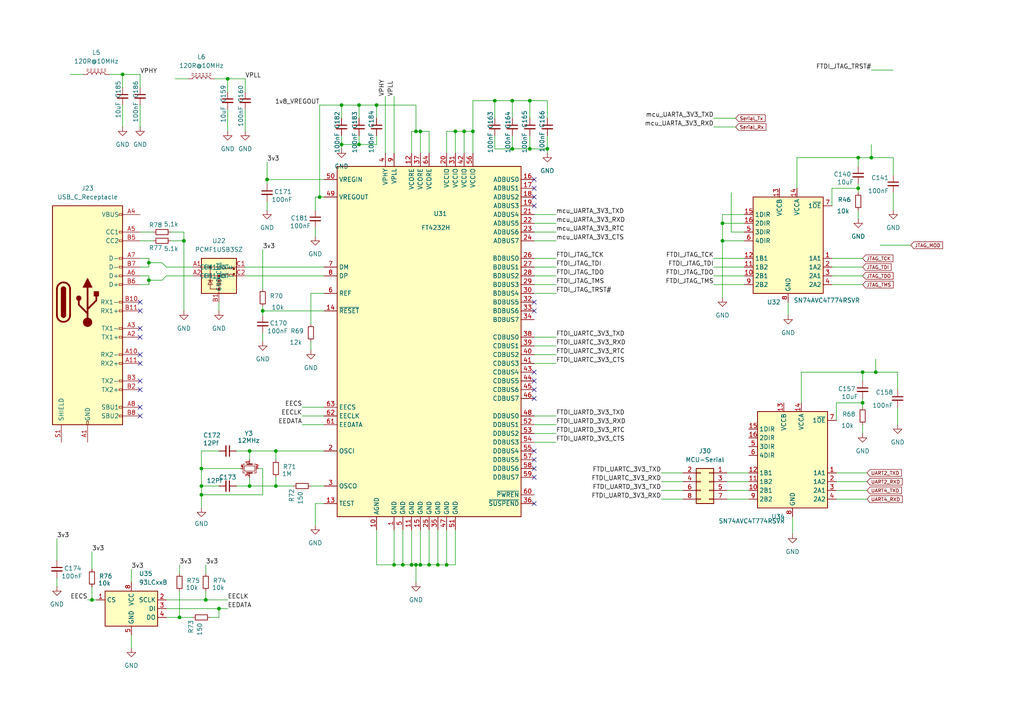
<source format=kicad_sch>
(kicad_sch (version 20250114) (generator "eeschema") (generator_version "9.0")
  (paper "A4")
  (junction (at 250.19 107.95))
  (junction (at 92.71 57.15))
  (junction (at 148.59 43.18))
  (junction (at 129.54 163.83))
  (junction (at 120.65 163.83))
  (junction (at 248.92 54.61))
  (junction (at 99.06 41.91))
  (junction (at 254 107.95))
  (junction (at 72.39 130.81))
  (junction (at 127 163.83))
  (junction (at 116.84 163.83))
  (junction (at 80.01 130.81))
  (junction (at 134.62 38.1))
  (junction (at 76.2 90.17))
  (junction (at 53.34 69.85))
  (junction (at 158.75 43.18))
  (junction (at 209.55 69.85))
  (junction (at 43.18 76.2))
  (junction (at 58.42 140.97))
  (junction (at 114.3 163.83))
  (junction (at 252.73 45.72))
  (junction (at 153.67 43.18))
  (junction (at 250.19 116.84))
  (junction (at 63.5 176.53))
  (junction (at 132.08 38.1))
  (junction (at 43.18 81.28))
  (junction (at 137.16 38.1))
  (junction (at 99.06 30.48))
  (junction (at 104.14 41.91))
  (junction (at 109.22 30.48))
  (junction (at 26.67 173.99))
  (junction (at 77.47 52.07))
  (junction (at 35.56 21.59))
  (junction (at 104.14 30.48))
  (junction (at 153.67 29.21))
  (junction (at 52.07 179.07))
  (junction (at 148.59 29.21))
  (junction (at 121.92 38.1))
  (junction (at 66.04 22.86))
  (junction (at 248.92 45.72))
  (junction (at 120.65 38.1))
  (junction (at 121.92 163.83))
  (junction (at 143.51 29.21))
  (junction (at 209.55 64.77))
  (junction (at 80.01 140.97))
  (junction (at 58.42 135.89))
  (junction (at 119.38 163.83))
  (junction (at 124.46 163.83))
  (junction (at 72.39 140.97))
  (junction (at 58.42 143.51))
  (junction (at 59.69 173.99))
  (no_connect (at 154.94 59.69))
  (no_connect (at 154.94 54.61))
  (no_connect (at 40.64 97.79))
  (no_connect (at 154.94 90.17))
  (no_connect (at 40.64 118.11))
  (no_connect (at 40.64 90.17))
  (no_connect (at 154.94 52.07))
  (no_connect (at 154.94 146.05))
  (no_connect (at 40.64 95.25))
  (no_connect (at 154.94 107.95))
  (no_connect (at 40.64 105.41))
  (no_connect (at 154.94 87.63))
  (no_connect (at 40.64 102.87))
  (no_connect (at 154.94 135.89))
  (no_connect (at 40.64 120.65))
  (no_connect (at 154.94 113.03))
  (no_connect (at 40.64 87.63))
  (no_connect (at 40.64 113.03))
  (no_connect (at 154.94 138.43))
  (no_connect (at 154.94 133.35))
  (no_connect (at 40.64 110.49))
  (no_connect (at 154.94 57.15))
  (no_connect (at 154.94 115.57))
  (no_connect (at 154.94 110.49))
  (no_connect (at 154.94 130.81))
  (wire (pts (xy 85.09 140.97) (xy 80.01 140.97)))
  (wire (pts (xy 137.16 29.21) (xy 137.16 38.1)))
  (wire (pts (xy 72.39 138.43) (xy 72.39 140.97)))
  (wire (pts (xy 242.57 142.24) (xy 251.46 142.24)))
  (wire (pts (xy 66.04 22.86) (xy 71.12 22.86)))
  (wire (pts (xy 215.9 62.23) (xy 209.55 62.23)))
  (wire (pts (xy 76.2 90.17) (xy 93.98 90.17)))
  (wire (pts (xy 26.67 160.02) (xy 26.67 165.1)))
  (wire (pts (xy 31.75 21.59) (xy 35.56 21.59)))
  (wire (pts (xy 38.1 187.96) (xy 38.1 184.15)))
  (wire (pts (xy 248.92 60.96) (xy 248.92 63.5)))
  (wire (pts (xy 99.06 41.91) (xy 99.06 43.18)))
  (wire (pts (xy 241.3 77.47) (xy 250.19 77.47)))
  (wire (pts (xy 153.67 43.18) (xy 158.75 43.18)))
  (wire (pts (xy 77.47 46.99) (xy 77.47 52.07)))
  (wire (pts (xy 124.46 163.83) (xy 127 163.83)))
  (wire (pts (xy 134.62 38.1) (xy 134.62 44.45)))
  (wire (pts (xy 109.22 30.48) (xy 109.22 34.29)))
  (wire (pts (xy 49.53 69.85) (xy 53.34 69.85)))
  (wire (pts (xy 154.94 128.27) (xy 161.29 128.27)))
  (wire (pts (xy 248.92 53.34) (xy 248.92 54.61)))
  (wire (pts (xy 71.12 80.01) (xy 93.98 80.01)))
  (wire (pts (xy 104.14 39.37) (xy 104.14 41.91)))
  (wire (pts (xy 242.57 144.78) (xy 251.46 144.78)))
  (wire (pts (xy 241.3 80.01) (xy 250.19 80.01)))
  (wire (pts (xy 80.01 130.81) (xy 93.98 130.81)))
  (wire (pts (xy 148.59 29.21) (xy 148.59 34.29)))
  (wire (pts (xy 143.51 39.37) (xy 143.51 43.18)))
  (wire (pts (xy 259.08 55.88) (xy 259.08 60.96)))
  (wire (pts (xy 43.18 80.01) (xy 43.18 81.28)))
  (wire (pts (xy 40.64 82.55) (xy 43.18 82.55)))
  (wire (pts (xy 80.01 130.81) (xy 72.39 130.81)))
  (wire (pts (xy 71.12 26.67) (xy 71.12 22.86)))
  (wire (pts (xy 53.34 67.31) (xy 53.34 69.85)))
  (wire (pts (xy 119.38 38.1) (xy 119.38 44.45)))
  (wire (pts (xy 62.23 22.86) (xy 66.04 22.86)))
  (wire (pts (xy 59.69 171.45) (xy 59.69 173.99)))
  (wire (pts (xy 137.16 29.21) (xy 143.51 29.21)))
  (wire (pts (xy 26.67 170.18) (xy 26.67 173.99)))
  (wire (pts (xy 90.17 85.09) (xy 90.17 93.98)))
  (wire (pts (xy 20.32 21.59) (xy 24.13 21.59)))
  (wire (pts (xy 217.17 137.16) (xy 210.82 137.16)))
  (wire (pts (xy 48.26 77.47) (xy 46.99 76.2)))
  (wire (pts (xy 43.18 81.28) (xy 43.18 82.55)))
  (wire (pts (xy 242.57 137.16) (xy 251.46 137.16)))
  (wire (pts (xy 119.38 153.67) (xy 119.38 163.83)))
  (wire (pts (xy 248.92 54.61) (xy 248.92 55.88)))
  (wire (pts (xy 124.46 38.1) (xy 124.46 44.45)))
  (wire (pts (xy 254 104.14) (xy 254 107.95)))
  (wire (pts (xy 48.26 179.07) (xy 52.07 179.07)))
  (wire (pts (xy 71.12 31.75) (xy 71.12 38.1)))
  (wire (pts (xy 215.9 67.31) (xy 212.09 67.31)))
  (wire (pts (xy 215.9 74.93) (xy 207.01 74.93)))
  (wire (pts (xy 154.94 125.73) (xy 161.29 125.73)))
  (wire (pts (xy 40.64 74.93) (xy 43.18 74.93)))
  (wire (pts (xy 250.19 123.19) (xy 250.19 125.73)))
  (wire (pts (xy 48.26 173.99) (xy 59.69 173.99)))
  (wire (pts (xy 48.26 80.01) (xy 55.88 80.01)))
  (wire (pts (xy 119.38 163.83) (xy 120.65 163.83)))
  (wire (pts (xy 76.2 96.52) (xy 76.2 99.06)))
  (wire (pts (xy 154.94 97.79) (xy 161.29 97.79)))
  (wire (pts (xy 154.94 77.47) (xy 161.29 77.47)))
  (wire (pts (xy 91.44 146.05) (xy 91.44 152.4)))
  (wire (pts (xy 148.59 39.37) (xy 148.59 43.18)))
  (wire (pts (xy 43.18 81.28) (xy 46.99 81.28)))
  (wire (pts (xy 63.5 87.63) (xy 63.5 90.17)))
  (wire (pts (xy 154.94 85.09) (xy 161.29 85.09)))
  (wire (pts (xy 124.46 153.67) (xy 124.46 163.83)))
  (wire (pts (xy 40.64 25.4) (xy 40.64 21.59)))
  (wire (pts (xy 154.94 100.33) (xy 161.29 100.33)))
  (wire (pts (xy 154.94 62.23) (xy 161.29 62.23)))
  (wire (pts (xy 35.56 21.59) (xy 35.56 25.4)))
  (wire (pts (xy 69.85 135.89) (xy 58.42 135.89)))
  (wire (pts (xy 80.01 130.81) (xy 80.01 133.35)))
  (wire (pts (xy 76.2 90.17) (xy 76.2 91.44)))
  (wire (pts (xy 121.92 163.83) (xy 124.46 163.83)))
  (wire (pts (xy 248.92 45.72) (xy 231.14 45.72)))
  (wire (pts (xy 137.16 38.1) (xy 137.16 44.45)))
  (wire (pts (xy 40.64 69.85) (xy 44.45 69.85)))
  (wire (pts (xy 43.18 76.2) (xy 46.99 76.2)))
  (wire (pts (xy 80.01 138.43) (xy 80.01 140.97)))
  (wire (pts (xy 93.98 120.65) (xy 87.63 120.65)))
  (wire (pts (xy 241.3 82.55) (xy 250.19 82.55)))
  (wire (pts (xy 228.6 87.63) (xy 228.6 91.44)))
  (wire (pts (xy 58.42 147.32) (xy 58.42 143.51)))
  (wire (pts (xy 248.92 45.72) (xy 248.92 48.26)))
  (wire (pts (xy 111.76 27.94) (xy 111.76 44.45)))
  (wire (pts (xy 58.42 130.81) (xy 63.5 130.81)))
  (wire (pts (xy 229.87 149.86) (xy 229.87 154.94)))
  (wire (pts (xy 72.39 130.81) (xy 68.58 130.81)))
  (wire (pts (xy 158.75 39.37) (xy 158.75 43.18)))
  (wire (pts (xy 252.73 41.91) (xy 252.73 45.72)))
  (wire (pts (xy 154.94 82.55) (xy 161.29 82.55)))
  (wire (pts (xy 215.9 80.01) (xy 207.01 80.01)))
  (wire (pts (xy 260.35 118.11) (xy 260.35 123.19)))
  (wire (pts (xy 99.06 30.48) (xy 99.06 34.29)))
  (wire (pts (xy 250.19 107.95) (xy 250.19 110.49)))
  (wire (pts (xy 129.54 163.83) (xy 132.08 163.83)))
  (wire (pts (xy 158.75 44.45) (xy 158.75 43.18)))
  (wire (pts (xy 90.17 85.09) (xy 93.98 85.09)))
  (wire (pts (xy 259.08 20.32) (xy 252.73 20.32)))
  (wire (pts (xy 76.2 135.89) (xy 76.2 143.51)))
  (wire (pts (xy 242.57 139.7) (xy 251.46 139.7)))
  (wire (pts (xy 120.65 30.48) (xy 120.65 38.1)))
  (wire (pts (xy 153.67 39.37) (xy 153.67 43.18)))
  (wire (pts (xy 154.94 105.41) (xy 161.29 105.41)))
  (wire (pts (xy 52.07 163.83) (xy 52.07 166.37)))
  (wire (pts (xy 38.1 165.1) (xy 38.1 168.91)))
  (wire (pts (xy 114.3 27.94) (xy 114.3 44.45)))
  (wire (pts (xy 154.94 102.87) (xy 161.29 102.87)))
  (wire (pts (xy 91.44 57.15) (xy 91.44 60.96)))
  (wire (pts (xy 132.08 38.1) (xy 134.62 38.1)))
  (wire (pts (xy 213.36 36.83) (xy 207.01 36.83)))
  (wire (pts (xy 121.92 38.1) (xy 121.92 44.45)))
  (wire (pts (xy 40.64 77.47) (xy 43.18 77.47)))
  (wire (pts (xy 49.53 67.31) (xy 53.34 67.31)))
  (wire (pts (xy 154.94 69.85) (xy 161.29 69.85)))
  (wire (pts (xy 92.71 30.48) (xy 92.71 57.15)))
  (wire (pts (xy 254 107.95) (xy 260.35 107.95)))
  (wire (pts (xy 252.73 45.72) (xy 259.08 45.72)))
  (wire (pts (xy 58.42 140.97) (xy 58.42 143.51)))
  (wire (pts (xy 53.34 69.85) (xy 53.34 90.17)))
  (wire (pts (xy 91.44 57.15) (xy 92.71 57.15)))
  (wire (pts (xy 209.55 64.77) (xy 209.55 69.85)))
  (wire (pts (xy 90.17 99.06) (xy 90.17 101.6)))
  (wire (pts (xy 59.69 173.99) (xy 66.04 173.99)))
  (wire (pts (xy 63.5 140.97) (xy 58.42 140.97)))
  (wire (pts (xy 58.42 135.89) (xy 58.42 130.81)))
  (wire (pts (xy 60.96 179.07) (xy 63.5 179.07)))
  (wire (pts (xy 213.36 34.29) (xy 207.01 34.29)))
  (wire (pts (xy 91.44 66.04) (xy 91.44 68.58)))
  (wire (pts (xy 209.55 64.77) (xy 215.9 64.77)))
  (wire (pts (xy 59.69 163.83) (xy 59.69 166.37)))
  (wire (pts (xy 121.92 38.1) (xy 124.46 38.1)))
  (wire (pts (xy 217.17 144.78) (xy 210.82 144.78)))
  (wire (pts (xy 260.35 107.95) (xy 260.35 113.03)))
  (wire (pts (xy 27.94 173.99) (xy 26.67 173.99)))
  (wire (pts (xy 120.65 163.83) (xy 120.65 168.91)))
  (wire (pts (xy 127 153.67) (xy 127 163.83)))
  (wire (pts (xy 43.18 74.93) (xy 43.18 76.2)))
  (wire (pts (xy 250.19 107.95) (xy 232.41 107.95)))
  (wire (pts (xy 52.07 171.45) (xy 52.07 179.07)))
  (wire (pts (xy 93.98 118.11) (xy 87.63 118.11)))
  (wire (pts (xy 66.04 22.86) (xy 66.04 26.67)))
  (wire (pts (xy 217.17 139.7) (xy 210.82 139.7)))
  (wire (pts (xy 92.71 30.48) (xy 99.06 30.48)))
  (wire (pts (xy 104.14 30.48) (xy 109.22 30.48)))
  (wire (pts (xy 63.5 176.53) (xy 66.04 176.53)))
  (wire (pts (xy 215.9 77.47) (xy 207.01 77.47)))
  (wire (pts (xy 259.08 45.72) (xy 259.08 50.8)))
  (wire (pts (xy 232.41 107.95) (xy 232.41 116.84)))
  (wire (pts (xy 134.62 38.1) (xy 137.16 38.1)))
  (wire (pts (xy 242.57 116.84) (xy 250.19 116.84)))
  (wire (pts (xy 191.77 144.78) (xy 198.12 144.78)))
  (wire (pts (xy 120.65 163.83) (xy 121.92 163.83)))
  (wire (pts (xy 121.92 153.67) (xy 121.92 163.83)))
  (wire (pts (xy 248.92 45.72) (xy 252.73 45.72)))
  (wire (pts (xy 209.55 69.85) (xy 209.55 86.36)))
  (wire (pts (xy 63.5 176.53) (xy 63.5 179.07)))
  (wire (pts (xy 129.54 38.1) (xy 129.54 44.45)))
  (wire (pts (xy 71.12 77.47) (xy 93.98 77.47)))
  (wire (pts (xy 250.19 116.84) (xy 250.19 118.11)))
  (wire (pts (xy 44.45 67.31) (xy 40.64 67.31)))
  (wire (pts (xy 119.38 38.1) (xy 120.65 38.1)))
  (wire (pts (xy 104.14 34.29) (xy 104.14 30.48)))
  (wire (pts (xy 215.9 82.55) (xy 207.01 82.55)))
  (wire (pts (xy 148.59 43.18) (xy 153.67 43.18)))
  (wire (pts (xy 154.94 64.77) (xy 161.29 64.77)))
  (wire (pts (xy 76.2 88.9) (xy 76.2 90.17)))
  (wire (pts (xy 217.17 142.24) (xy 210.82 142.24)))
  (wire (pts (xy 58.42 135.89) (xy 58.42 140.97)))
  (wire (pts (xy 90.17 140.97) (xy 93.98 140.97)))
  (wire (pts (xy 132.08 163.83) (xy 132.08 153.67)))
  (wire (pts (xy 76.2 72.39) (xy 76.2 83.82)))
  (wire (pts (xy 250.19 115.57) (xy 250.19 116.84)))
  (wire (pts (xy 66.04 31.75) (xy 66.04 38.1)))
  (wire (pts (xy 109.22 39.37) (xy 109.22 41.91)))
  (wire (pts (xy 212.09 55.88) (xy 212.09 67.31)))
  (wire (pts (xy 48.26 176.53) (xy 63.5 176.53)))
  (wire (pts (xy 16.51 156.21) (xy 16.51 162.56)))
  (wire (pts (xy 154.94 120.65) (xy 161.29 120.65)))
  (wire (pts (xy 127 163.83) (xy 129.54 163.83)))
  (wire (pts (xy 93.98 123.19) (xy 87.63 123.19)))
  (wire (pts (xy 129.54 153.67) (xy 129.54 163.83)))
  (wire (pts (xy 191.77 137.16) (xy 198.12 137.16)))
  (wire (pts (xy 35.56 21.59) (xy 40.64 21.59)))
  (wire (pts (xy 153.67 29.21) (xy 153.67 34.29)))
  (wire (pts (xy 241.3 74.93) (xy 250.19 74.93)))
  (wire (pts (xy 191.77 142.24) (xy 198.12 142.24)))
  (wire (pts (xy 158.75 29.21) (xy 158.75 34.29)))
  (wire (pts (xy 154.94 74.93) (xy 161.29 74.93)))
  (wire (pts (xy 114.3 153.67) (xy 114.3 163.83)))
  (wire (pts (xy 76.2 135.89) (xy 74.93 135.89)))
  (wire (pts (xy 242.57 121.92) (xy 242.57 116.84)))
  (wire (pts (xy 104.14 41.91) (xy 109.22 41.91)))
  (wire (pts (xy 77.47 52.07) (xy 77.47 53.34)))
  (wire (pts (xy 129.54 38.1) (xy 132.08 38.1)))
  (wire (pts (xy 109.22 163.83) (xy 114.3 163.83)))
  (wire (pts (xy 91.44 146.05) (xy 93.98 146.05)))
  (wire (pts (xy 209.55 62.23) (xy 209.55 64.77)))
  (wire (pts (xy 43.18 76.2) (xy 43.18 77.47)))
  (wire (pts (xy 50.8 22.86) (xy 54.61 22.86)))
  (wire (pts (xy 148.59 29.21) (xy 153.67 29.21)))
  (wire (pts (xy 72.39 140.97) (xy 68.58 140.97)))
  (wire (pts (xy 99.06 30.48) (xy 104.14 30.48)))
  (wire (pts (xy 116.84 153.67) (xy 116.84 163.83)))
  (wire (pts (xy 154.94 80.01) (xy 161.29 80.01)))
  (wire (pts (xy 241.3 59.69) (xy 241.3 54.61)))
  (wire (pts (xy 48.26 77.47) (xy 55.88 77.47)))
  (wire (pts (xy 40.64 30.48) (xy 40.64 36.83)))
  (wire (pts (xy 35.56 30.48) (xy 35.56 36.83)))
  (wire (pts (xy 46.99 81.28) (xy 48.26 80.01)))
  (wire (pts (xy 120.65 38.1) (xy 121.92 38.1)))
  (wire (pts (xy 231.14 45.72) (xy 231.14 54.61)))
  (wire (pts (xy 241.3 54.61) (xy 248.92 54.61)))
  (wire (pts (xy 153.67 29.21) (xy 158.75 29.21)))
  (wire (pts (xy 16.51 167.64) (xy 16.51 170.18)))
  (wire (pts (xy 77.47 52.07) (xy 93.98 52.07)))
  (wire (pts (xy 52.07 179.07) (xy 55.88 179.07)))
  (wire (pts (xy 250.19 107.95) (xy 254 107.95)))
  (wire (pts (xy 132.08 38.1) (xy 132.08 44.45)))
  (wire (pts (xy 143.51 43.18) (xy 148.59 43.18)))
  (wire (pts (xy 77.47 58.42) (xy 77.47 60.96)))
  (wire (pts (xy 209.55 69.85) (xy 215.9 69.85)))
  (wire (pts (xy 255.27 71.12) (xy 264.16 71.12)))
  (wire (pts (xy 143.51 29.21) (xy 143.51 34.29)))
  (wire (pts (xy 58.42 143.51) (xy 76.2 143.51)))
  (wire (pts (xy 143.51 29.21) (xy 148.59 29.21)))
  (wire (pts (xy 26.67 173.99) (xy 25.4 173.99)))
  (wire (pts (xy 72.39 130.81) (xy 72.39 133.35)))
  (wire (pts (xy 154.94 123.19) (xy 161.29 123.19)))
  (wire (pts (xy 92.71 57.15) (xy 93.98 57.15)))
  (wire (pts (xy 114.3 163.83) (xy 116.84 163.83)))
  (wire (pts (xy 99.06 41.91) (xy 104.14 41.91)))
  (wire (pts (xy 109.22 30.48) (xy 120.65 30.48)))
  (wire (pts (xy 80.01 140.97) (xy 72.39 140.97)))
  (wire (pts (xy 99.06 39.37) (xy 99.06 41.91)))
  (wire (pts (xy 109.22 153.67) (xy 109.22 163.83)))
  (wire (pts (xy 116.84 163.83) (xy 119.38 163.83)))
  (wire (pts (xy 40.64 80.01) (xy 43.18 80.01)))
  (wire (pts (xy 191.77 139.7) (xy 198.12 139.7)))
  (wire (pts (xy 154.94 67.31) (xy 161.29 67.31)))
  (label "FTDI_JTAG_TCK" (at 207.01 74.93 180))
  (label "FTDI_JTAG_TMS" (at 207.01 82.55 180))
  (label "mcu_UARTA_3V3_RXD" (at 161.29 64.77 0))
  (label "VPHY" (at 111.76 27.94 90))
  (label "FTDI_UARTC_3V3_TXD" (at 161.29 97.79 0))
  (label "3v3" (at 59.69 163.83 0))
  (label "FTDI_UARTC_3V3_TXD" (at 191.77 137.16 180))
  (label "FTDI_UARTC_3V3_RTC" (at 161.29 102.87 0))
  (label "FTDI_UARTD_3V3_TXD" (at 191.77 142.24 180))
  (label "FTDI_JTAG_TMS" (at 161.29 82.55 0))
  (label "3v3" (at 16.51 156.21 0))
  (label "FTDI_UARTD_3V3_CTS" (at 161.29 128.27 0))
  (label "FTDI_JTAG_TDI" (at 161.29 77.47 0))
  (label "mcu_UARTA_3V3_CTS" (at 161.29 69.85 0))
  (label "VPLL" (at 114.3 27.94 90))
  (label "VPHY" (at 40.64 21.59 0))
  (label "FTDI_JTAG_TDI" (at 207.01 77.47 180))
  (label "mcu_UARTA_3V3_RXD" (at 207.01 36.83 180))
  (label "FTDI_JTAG_TDO" (at 207.01 80.01 180))
  (label "EECS" (at 25.4 173.99 180))
  (label "EEDATA" (at 87.63 123.19 180))
  (label "3v3" (at 52.07 163.83 0))
  (label "FTDI_UARTD_3V3_RTC" (at 161.29 125.73 0))
  (label "FTDI_JTAG_TDO" (at 161.29 80.01 0))
  (label "FTDI_UARTC_3V3_RXD" (at 161.29 100.33 0))
  (label "FTDI_UARTD_3V3_TXD" (at 161.29 120.65 0))
  (label "3v3" (at 77.47 46.99 0))
  (label "VPLL" (at 71.12 22.86 0))
  (label "3v3" (at 38.1 165.1 0))
  (label "EECLK" (at 87.63 120.65 180))
  (label "FTDI_JTAG_TCK" (at 161.29 74.93 0))
  (label "FTDI_UARTC_3V3_RXD" (at 191.77 139.7 180))
  (label "FTDI_UARTD_3V3_RXD" (at 191.77 144.78 180))
  (label "FTDI_JTAG_TRST#" (at 252.73 20.32 180))
  (label "3v3" (at 26.67 160.02 0))
  (label "EEDATA" (at 66.04 176.53 0))
  (label "mcu_UARTA_3V3_RTC" (at 161.29 67.31 0))
  (label "1v8_VREGOUT" (at 92.71 30.48 180))
  (label "FTDI_UARTD_3V3_RXD" (at 161.29 123.19 0))
  (label "3v3" (at 76.2 72.39 0))
  (label "EECLK" (at 66.04 173.99 0))
  (label "mcu_UARTA_3V3_TXD" (at 161.29 62.23 0))
  (label "FTDI_JTAG_TRST#" (at 161.29 85.09 0))
  (label "EECS" (at 87.63 118.11 180))
  (label "mcu_UARTA_3V3_TXD" (at 207.01 34.29 180))
  (label "FTDI_UARTC_3V3_CTS" (at 161.29 105.41 0))
  (global_label "UART4_RXD" (shape input) (at 251.46 144.78 0) (effects (font (size 1 1))) (property "Intersheetrefs" "${INTERSHEET_REFS}" (effects (hide yes))))
  (global_label "UART2_RXD" (shape input) (at 251.46 139.7 0) (effects (font (size 1 1))) (property "Intersheetrefs" "${INTERSHEET_REFS}" (effects (hide yes))))
  (global_label "JTAG_TDO" (shape input) (at 250.19 80.01 0) (effects (font (size 1 1))) (property "Intersheetrefs" "${INTERSHEET_REFS}" (effects (hide yes))))
  (global_label "UART4_TXD" (shape input) (at 251.46 142.24 0) (effects (font (size 1 1))) (property "Intersheetrefs" "${INTERSHEET_REFS}" (effects (hide yes))))
  (global_label "JTAG_TCK" (shape input) (at 250.19 74.93 0) (effects (font (size 1 1))) (property "Intersheetrefs" "${INTERSHEET_REFS}" (effects (hide yes))))
  (global_label "Serial_Tx" (shape input) (at 213.36 34.29 0) (effects (font (size 1 1))) (property "Intersheetrefs" "${INTERSHEET_REFS}" (effects (hide yes))))
  (global_label "JTAG_TMS" (shape input) (at 250.19 82.55 0) (effects (font (size 1 1))) (property "Intersheetrefs" "${INTERSHEET_REFS}" (effects (hide yes))))
  (global_label "UART2_TXD" (shape input) (at 251.46 137.16 0) (effects (font (size 1 1))) (property "Intersheetrefs" "${INTERSHEET_REFS}" (effects (hide yes))))
  (global_label "JTAG_TDI" (shape input) (at 250.19 77.47 0) (effects (font (size 1 1))) (property "Intersheetrefs" "${INTERSHEET_REFS}" (effects (hide yes))))
  (global_label "Serial_Rx" (shape input) (at 213.36 36.83 0) (effects (font (size 1 1))) (property "Intersheetrefs" "${INTERSHEET_REFS}" (effects (hide yes))))
  (global_label "JTAG_MOD" (shape input) (at 264.16 71.12 0) (effects (font (size 1 1))) (property "Intersheetrefs" "${INTERSHEET_REFS}" (effects (hide yes))))
  (symbol (lib_id "power:GND") (at 76.2 99.06 0) (mirror y) (unit 1)
    (property "Reference" "#PWR247" (effects (hide yes)))
    (property "Value" "GND" (at 76.2 104.14 0))
    (property "Description" "Power symbol creates a global label with name \"GND\" , ground" (effects (hide yes)))
  )
  (symbol (lib_id "power:GND") (at 260.35 123.19 0) (unit 1)
    (property "Reference" "#PWR234" (effects (hide yes)))
    (property "Value" "GND" (at 260.35 128.27 0))
    (property "Description" "Power symbol creates a global label with name \"GND\" , ground" (effects (hide yes)))
  )
  (symbol (lib_id "power:GND") (at 91.44 152.4 0) (unit 1)
    (property "Reference" "#PWR250" (effects (hide yes)))
    (property "Value" "GND" (at 91.44 157.48 0))
    (property "Description" "Power symbol creates a global label with name \"GND\" , ground" (effects (hide yes)))
  )
  (symbol (lib_id "Device:R_Small") (at 59.69 168.91 0) (unit 1)
    (property "Reference" "R74" (at 61.722 168.402 0) (effects (justify left)))
    (property "Value" "10k" (at 61.468 170.434 0) (effects (justify left)))
    (property "Footprint" "Resistor_SMD:R_0402_1005Metric" (effects (hide yes)))
    (property "Description" "Resistor, small symbol" (effects (hide yes)))
    (property "MP" "RC0402JR-0710KL" (effects (hide yes)))
    (property "Price" "0.1" (effects (hide yes)))
  )
  (symbol (lib_id "power:GND") (at 71.12 38.1 0) (unit 1)
    (property "Reference" "#PWR236" (effects (hide yes)))
    (property "Value" "GND" (at 71.12 43.18 0))
    (property "Description" "Power symbol creates a global label with name \"GND\" , ground" (effects (hide yes)))
  )
  (symbol (lib_id "Device:R_Small") (at 46.99 67.31 270) (mirror x) (unit 1)
    (property "Reference" "R78" (at 43.18 65.278 90) (effects (justify left)))
    (property "Value" "5.1k" (at 47.498 65.024 90) (effects (justify left)))
    (property "Footprint" "Resistor_SMD:R_0402_1005Metric" (effects (hide yes)))
    (property "Description" "Resistor, small symbol" (effects (hide yes)))
    (property "MP" "RC0603FR-075K1L" (effects (hide yes)))
    (property "Price" "0.1" (effects (hide yes)))
  )
  (symbol (lib_id "Device:R_Small") (at 46.99 69.85 270) (unit 1)
    (property "Reference" "R77" (at 43.18 71.882 90) (effects (justify left)))
    (property "Value" "5.1k" (at 47.498 72.136 90) (effects (justify left)))
    (property "Footprint" "Resistor_SMD:R_0402_1005Metric" (effects (hide yes)))
    (property "Description" "Resistor, small symbol" (effects (hide yes)))
    (property "MP" "RC0603FR-075K1L" (effects (hide yes)))
    (property "Price" "0.1" (effects (hide yes)))
  )
  (symbol (lib_id "Device:C_Small") (at 250.19 113.03 0) (unit 1)
    (property "Reference" "C157" (at 248.158 112.776 0) (effects (justify right)))
    (property "Value" "10uF" (at 248.92 115.062 0) (effects (justify right)))
    (property "Footprint" "Capacitor_SMD:C_0402_1005Metric" (effects (hide yes)))
    (property "Description" "Unpolarized capacitor, small symbol" (effects (hide yes)))
  )
  (symbol (lib_id "power:GND") (at 53.34 90.17 0) (unit 1)
    (property "Reference" "#PWR253" (effects (hide yes)))
    (property "Value" "GND" (at 53.34 95.25 0))
    (property "Description" "Power symbol creates a global label with name \"GND\" , ground" (effects (hide yes)))
  )
  (symbol (lib_id "power:GND") (at 229.87 154.94 0) (mirror y) (unit 1)
    (property "Reference" "#PWR232" (effects (hide yes)))
    (property "Value" "GND" (at 229.87 160.02 0))
    (property "Description" "Power symbol creates a global label with name \"GND\" , ground" (effects (hide yes)))
  )
  (symbol (lib_id "Memory_EEPROM:93LCxxB") (at 38.1 176.53 0) (unit 1)
    (property "Reference" "U35" (at 40.2941 166.37 0) (effects (justify left)))
    (property "Value" "93LCxxB" (at 40.2941 168.91 0) (effects (justify left)))
    (property "Footprint" "Package_DFN_QFN:DFN-8-1EP_3x2mm_P0.5mm_EP1.7x1.4mm" (effects (hide yes)))
    (property "Datasheet" "http://ww1.microchip.com/downloads/en/DeviceDoc/20001749K.pdf" (effects (hide yes)))
    (property "Description" "Serial EEPROM, 93 Series, 2.5V, DIP-8/SOIC-8" (effects (hide yes)))
    (property "MP" "93LC46BT-I/MC" (effects (hide yes)))
    (property "Price" "1" (effects (hide yes)))
  )
  (symbol (lib_id "Device:C_Small") (at 148.59 36.83 0) (unit 1)
    (property "Reference" "C164" (at 147.32 32.258 90) (effects (justify right)))
    (property "Value" "100nF" (at 147.32 38.354 90) (effects (justify right)))
    (property "Footprint" "Capacitor_SMD:C_0402_1005Metric" (effects (hide yes)))
    (property "Description" "Unpolarized capacitor, small symbol" (effects (hide yes)))
    (property "MP" "C0402C104K4RACTU" (effects (hide yes)))
    (property "Price" "0.1" (effects (hide yes)))
  )
  (symbol (lib_id "power:GND") (at 250.19 125.73 0) (unit 1)
    (property "Reference" "#PWR233" (effects (hide yes)))
    (property "Value" "GND" (at 250.19 130.81 0))
    (property "Description" "Power symbol creates a global label with name \"GND\" , ground" (effects (hide yes)))
  )
  (symbol (lib_id "Connector:USB_C_Receptacle") (at 25.4 87.63 0) (unit 1)
    (property "Reference" "J23" (at 25.4 54.61 0))
    (property "Value" "USB_C_Receptacle" (at 25.4 57.15 0))
    (property "Footprint" "Connector_USB:USB_C_Receptacle_GCT_USB4110" (effects (hide yes)))
    (property "Datasheet" "https://www.usb.org/sites/default/files/documents/usb_type-c.zip" (effects (hide yes)))
    (property "Description" "USB Full-Featured Type-C Receptacle connector" (effects (hide yes)))
  )
  (symbol (lib_id "Device:R_Small") (at 52.07 168.91 0) (unit 1)
    (property "Reference" "R75" (at 54.102 168.402 0) (effects (justify left)))
    (property "Value" "10k" (at 53.848 170.434 0) (effects (justify left)))
    (property "Footprint" "Resistor_SMD:R_0402_1005Metric" (effects (hide yes)))
    (property "Description" "Resistor, small symbol" (effects (hide yes)))
    (property "MP" "RC0402JR-0710KL" (effects (hide yes)))
    (property "Price" "0.1" (effects (hide yes)))
  )
  (symbol (lib_id "Device:R_Small") (at 248.92 58.42 0) (mirror y) (unit 1)
    (property "Reference" "R46" (at 246.888 57.912 0) (effects (justify left)))
    (property "Value" "10k" (at 246.38 61.214 0) (effects (justify left)))
    (property "Footprint" "Resistor_SMD:R_0402_1005Metric" (effects (hide yes)))
    (property "Description" "Resistor, small symbol" (effects (hide yes)))
    (property "MP" "RC0402JR-0710KL" (effects (hide yes)))
    (property "Price" "0.1" (effects (hide yes)))
  )
  (symbol (lib_id "_W_MX8M:PCMF1HDMI2S") (at 63.5 73.66 0) (unit 1)
    (property "Reference" "U22" (at 63.5 69.85 0))
    (property "Value" "PCMF1USB3SZ" (at 63.5 72.39 0))
    (property "Footprint" "_W_SBC:BGA5N35P3X2_109X74X40N" (effects (hide yes)))
    (property "MP" "PCMF1USB3SZ" (effects (hide yes)))
    (property "Price" "0.5" (effects (hide yes)))
  )
  (symbol (lib_id "Device:C_Small") (at 153.67 36.83 0) (unit 1)
    (property "Reference" "C165" (at 152.146 32.004 90) (effects (justify right)))
    (property "Value" "100nF" (at 152.146 38.354 90) (effects (justify right)))
    (property "Footprint" "Capacitor_SMD:C_0402_1005Metric" (effects (hide yes)))
    (property "Description" "Unpolarized capacitor, small symbol" (effects (hide yes)))
    (property "MP" "C0402C104K4RACTU" (effects (hide yes)))
    (property "Price" "0.1" (effects (hide yes)))
  )
  (symbol (lib_id "Device:R_Small") (at 250.19 120.65 0) (mirror y) (unit 1)
    (property "Reference" "R68" (at 248.158 120.142 0) (effects (justify left)))
    (property "Value" "10k" (at 247.65 123.444 0) (effects (justify left)))
    (property "Footprint" "Resistor_SMD:R_0402_1005Metric" (effects (hide yes)))
    (property "Description" "Resistor, small symbol" (effects (hide yes)))
    (property "MP" "RC0402JR-0710KL" (effects (hide yes)))
    (property "Price" "0.1" (effects (hide yes)))
  )
  (symbol (lib_id "Device:R_Small") (at 87.63 140.97 90) (mirror x) (unit 1)
    (property "Reference" "R72" (at 84.582 141.732 0) (effects (justify left)))
    (property "Value" "150" (at 87.122 142.494 0) (effects (justify left)))
    (property "Footprint" "Resistor_SMD:R_0402_1005Metric" (effects (hide yes)))
    (property "Description" "Resistor, small symbol" (effects (hide yes)))
    (property "MP" "CRCW0402150RFKEDC" (effects (hide yes)))
    (property "Price" "0.1" (effects (hide yes)))
  )
  (symbol (lib_id "Device:L_Ferrite") (at 58.42 22.86 90) (unit 1)
    (property "Reference" "L6" (at 58.42 16.51 90))
    (property "Value" "120R@10MHz" (at 58.42 19.05 90))
    (property "Footprint" "_W_SBC:FIL_EXC-14CH120U" (effects (hide yes)))
    (property "Description" "Inductor with ferrite core" (effects (hide yes)))
    (property "MP" "EXC-14CE121U" (effects (hide yes)))
    (property "Price" "0.3" (effects (hide yes)))
  )
  (symbol (lib_id "power:GND") (at 259.08 60.96 0) (unit 1)
    (property "Reference" "#PWR215" (effects (hide yes)))
    (property "Value" "GND" (at 259.08 66.04 0))
    (property "Description" "Power symbol creates a global label with name \"GND\" , ground" (effects (hide yes)))
  )
  (symbol (lib_id "Device:L_Ferrite") (at 27.94 21.59 90) (unit 1)
    (property "Reference" "L5" (at 27.94 15.24 90))
    (property "Value" "120R@10MHz" (at 27.94 17.78 90))
    (property "Footprint" "_W_SBC:FIL_EXC-14CH120U" (effects (hide yes)))
    (property "Description" "Inductor with ferrite core" (effects (hide yes)))
    (property "MP" "EXC-14CE121U" (effects (hide yes)))
    (property "Price" "0.3" (effects (hide yes)))
  )
  (symbol (lib_id "Device:C_Small") (at 259.08 53.34 0) (unit 1)
    (property "Reference" "C141" (at 257.81 51.562 0) (effects (justify right)))
    (property "Value" "100nF" (at 257.81 55.372 0) (effects (justify right)))
    (property "Footprint" "Capacitor_SMD:C_0402_1005Metric" (effects (hide yes)))
    (property "Description" "Unpolarized capacitor, small symbol" (effects (hide yes)))
    (property "MP" "C0402C104K4RACTU" (effects (hide yes)))
    (property "Price" "0.1" (effects (hide yes)))
  )
  (symbol (lib_id "Device:C_Small") (at 40.64 27.94 0) (unit 1)
    (property "Reference" "C186" (at 39.37 23.368 90) (effects (justify right)))
    (property "Value" "100nF" (at 39.37 29.464 90) (effects (justify right)))
    (property "Footprint" "Capacitor_SMD:C_0402_1005Metric" (effects (hide yes)))
    (property "Description" "Unpolarized capacitor, small symbol" (effects (hide yes)))
    (property "MP" "C0402C104K4RACTU" (effects (hide yes)))
    (property "Price" "0.1" (effects (hide yes)))
  )
  (symbol (lib_id "Device:R_Small") (at 26.67 167.64 0) (unit 1)
    (property "Reference" "R76" (at 28.702 167.132 0) (effects (justify left)))
    (property "Value" "10k" (at 28.448 169.164 0) (effects (justify left)))
    (property "Footprint" "Resistor_SMD:R_0402_1005Metric" (effects (hide yes)))
    (property "Description" "Resistor, small symbol" (effects (hide yes)))
    (property "MP" "RC0402JR-0710KL" (effects (hide yes)))
    (property "Price" "0.1" (effects (hide yes)))
  )
  (symbol (lib_id "Device:C_Small") (at 77.47 55.88 0) (mirror y) (unit 1)
    (property "Reference" "C171" (at 79.502 55.626 0) (effects (justify right)))
    (property "Value" "100nF" (at 78.74 57.912 0) (effects (justify right)))
    (property "Footprint" "Capacitor_SMD:C_0402_1005Metric" (effects (hide yes)))
    (property "Description" "Unpolarized capacitor, small symbol" (effects (hide yes)))
    (property "MP" "C0402C104K4RACTU" (effects (hide yes)))
    (property "Price" "0.1" (effects (hide yes)))
  )
  (symbol (lib_id "Device:C_Small") (at 76.2 93.98 0) (mirror y) (unit 1)
    (property "Reference" "C170" (at 78.232 93.726 0) (effects (justify right)))
    (property "Value" "100nF" (at 77.47 96.012 0) (effects (justify right)))
    (property "Footprint" "Capacitor_SMD:C_0402_1005Metric" (effects (hide yes)))
    (property "Description" "Unpolarized capacitor, small symbol" (effects (hide yes)))
    (property "MP" "C0402C104K4RACTU" (effects (hide yes)))
    (property "Price" "0.1" (effects (hide yes)))
  )
  (symbol (lib_id "power:GND") (at 77.47 60.96 0) (mirror y) (unit 1)
    (property "Reference" "#PWR248" (effects (hide yes)))
    (property "Value" "GND" (at 77.47 66.04 0))
    (property "Description" "Power symbol creates a global label with name \"GND\" , ground" (effects (hide yes)))
  )
  (symbol (lib_id "power:GND") (at 248.92 63.5 0) (unit 1)
    (property "Reference" "#PWR216" (effects (hide yes)))
    (property "Value" "GND" (at 248.92 68.58 0))
    (property "Description" "Power symbol creates a global label with name \"GND\" , ground" (effects (hide yes)))
  )
  (symbol (lib_id "Device:R_Small") (at 90.17 96.52 0) (mirror y) (unit 1)
    (property "Reference" "R69" (at 88.138 96.012 0) (effects (justify left)))
    (property "Value" "12k" (at 87.63 99.314 0) (effects (justify left)))
    (property "Footprint" "Resistor_SMD:R_0402_1005Metric" (effects (hide yes)))
    (property "Description" "Resistor, small symbol" (effects (hide yes)))
    (property "MP" "RC0402FR-0712KL" (effects (hide yes)))
    (property "Price" "0.1" (effects (hide yes)))
  )
  (symbol (lib_id "power:GND") (at 228.6 91.44 0) (mirror y) (unit 1)
    (property "Reference" "#PWR193" (effects (hide yes)))
    (property "Value" "GND" (at 228.6 96.52 0))
    (property "Description" "Power symbol creates a global label with name \"GND\" , ground" (effects (hide yes)))
  )
  (symbol (lib_id "Device:C_Small") (at 104.14 36.83 0) (unit 1)
    (property "Reference" "C183" (at 102.87 32.258 90) (effects (justify right)))
    (property "Value" "100nF" (at 102.87 38.354 90) (effects (justify right)))
    (property "Footprint" "Capacitor_SMD:C_0402_1005Metric" (effects (hide yes)))
    (property "Description" "Unpolarized capacitor, small symbol" (effects (hide yes)))
    (property "MP" "C0402C104K4RACTU" (effects (hide yes)))
    (property "Price" "0.1" (effects (hide yes)))
  )
  (symbol (lib_id "Connector_Generic:Conn_02x04_Odd_Even") (at 205.74 139.7 0) (mirror y) (unit 1)
    (property "Reference" "J30" (at 204.47 130.81 0))
    (property "Value" "MCU-Serial" (at 204.47 133.35 0))
    (property "Footprint" "Connector_PinHeader_2.54mm:PinHeader_2x04_P2.54mm_Vertical" (effects (hide yes)))
    (property "Description" "Generic connector, double row, 02x04, odd/even pin numbering scheme (row 1 odd numbers, row 2 even numbers), script generated (kicad-library-utils/schlib/autogen/connector/)" (effects (hide yes)))
  )
  (symbol (lib_id "power:GND") (at 58.42 147.32 0) (mirror y) (unit 1)
    (property "Reference" "#PWR249" (effects (hide yes)))
    (property "Value" "GND" (at 58.42 151.892 0))
    (property "Description" "Power symbol creates a global label with name \"GND\" , ground" (effects (hide yes)))
  )
  (symbol (lib_id "power:GND") (at 209.55 86.36 0) (mirror y) (unit 1)
    (property "Reference" "#PWR0321" (effects (hide yes)))
    (property "Value" "GND" (at 209.55 91.44 0))
    (property "Description" "Power symbol creates a global label with name \"GND\" , ground" (effects (hide yes)))
  )
  (symbol (lib_id "power:GND") (at 120.65 168.91 0) (unit 1)
    (property "Reference" "#PWR217" (effects (hide yes)))
    (property "Value" "GND" (at 120.65 173.99 0))
    (property "Description" "Power symbol creates a global label with name \"GND\" , ground" (effects (hide yes)))
  )
  (symbol (lib_id "power:GND") (at 63.5 90.17 0) (unit 1)
    (property "Reference" "#PWR231" (effects (hide yes)))
    (property "Value" "GND" (at 63.5 95.25 0))
    (property "Description" "Power symbol creates a global label with name \"GND\" , ground" (effects (hide yes)))
  )
  (symbol (lib_id "Device:C_Small") (at 99.06 36.83 0) (unit 1)
    (property "Reference" "C182" (at 97.79 32.258 90) (effects (justify right)))
    (property "Value" "100nF" (at 97.79 38.354 90) (effects (justify right)))
    (property "Footprint" "Capacitor_SMD:C_0402_1005Metric" (effects (hide yes)))
    (property "Description" "Unpolarized capacitor, small symbol" (effects (hide yes)))
    (property "MP" "C0402C104K4RACTU" (effects (hide yes)))
    (property "Price" "0.1" (effects (hide yes)))
  )
  (symbol (lib_id "Device:C_Small") (at 66.04 29.21 0) (unit 1)
    (property "Reference" "C159" (at 64.77 24.638 90) (effects (justify right)))
    (property "Value" "10uF" (at 64.77 30.734 90) (effects (justify right)))
    (property "Footprint" "Capacitor_SMD:C_0402_1005Metric" (effects (hide yes)))
    (property "Description" "Unpolarized capacitor, small symbol" (effects (hide yes)))
  )
  (symbol (lib_id "Device:Crystal_GND24_Small") (at 72.39 135.89 90) (mirror x) (unit 1)
    (property "Reference" "Y3" (at 72.136 125.73 90))
    (property "Value" "12MHz" (at 72.136 127.762 90))
    (property "Footprint" "Crystal:Crystal_SMD_3225-4Pin_3.2x2.5mm" (effects (hide yes)))
    (property "Description" "Four pin crystal, GND on pins 2 and 4, small symbol" (effects (hide yes)))
    (property "MP" "ECS-120-8-33-JGN-TR" (effects (hide yes)))
    (property "Price" "0.5" (effects (hide yes)))
  )
  (symbol (lib_id "Device:C_Small") (at 91.44 63.5 0) (unit 1)
    (property "Reference" "C181" (at 89.408 63.246 0) (effects (justify right)))
    (property "Value" "100nF" (at 90.17 65.532 0) (effects (justify right)))
    (property "Footprint" "Capacitor_SMD:C_0402_1005Metric" (effects (hide yes)))
    (property "Description" "Unpolarized capacitor, small symbol" (effects (hide yes)))
    (property "MP" "C0402C104K4RACTU" (effects (hide yes)))
    (property "Price" "0.1" (effects (hide yes)))
  )
  (symbol (lib_id "power:GND") (at 99.06 43.18 0) (unit 1)
    (property "Reference" "#PWR259" (effects (hide yes)))
    (property "Value" "GND" (at 99.06 48.26 0))
    (property "Description" "Power symbol creates a global label with name \"GND\" , ground" (effects (hide yes)))
  )
  (symbol (lib_id "Device:C_Small") (at 260.35 115.57 0) (unit 1)
    (property "Reference" "C158" (at 259.08 113.792 0) (effects (justify right)))
    (property "Value" "100nF" (at 259.08 117.602 0) (effects (justify right)))
    (property "Footprint" "Capacitor_SMD:C_0402_1005Metric" (effects (hide yes)))
    (property "Description" "Unpolarized capacitor, small symbol" (effects (hide yes)))
    (property "MP" "C0402C104K4RACTU" (effects (hide yes)))
    (property "Price" "0.1" (effects (hide yes)))
  )
  (symbol (lib_id "Device:R_Small") (at 76.2 86.36 0) (unit 1)
    (property "Reference" "R70" (at 78.232 85.852 0) (effects (justify left)))
    (property "Value" "10k" (at 78.74 89.154 0) (effects (justify left)))
    (property "Footprint" "Resistor_SMD:R_0402_1005Metric" (effects (hide yes)))
    (property "Description" "Resistor, small symbol" (effects (hide yes)))
    (property "MP" "RC0402JR-0710KL" (effects (hide yes)))
    (property "Price" "0.1" (effects (hide yes)))
  )
  (symbol (lib_id "power:GND") (at 66.04 38.1 0) (unit 1)
    (property "Reference" "#PWR235" (effects (hide yes)))
    (property "Value" "GND" (at 66.04 43.18 0))
    (property "Description" "Power symbol creates a global label with name \"GND\" , ground" (effects (hide yes)))
  )
  (symbol (lib_id "power:GND") (at 35.56 36.83 0) (unit 1)
    (property "Reference" "#PWR262" (effects (hide yes)))
    (property "Value" "GND" (at 35.56 41.91 0))
    (property "Description" "Power symbol creates a global label with name \"GND\" , ground" (effects (hide yes)))
  )
  (symbol (lib_id "power:GND") (at 158.75 44.45 0) (unit 1)
    (property "Reference" "#PWR242" (effects (hide yes)))
    (property "Value" "GND" (at 158.75 49.53 0))
    (property "Description" "Power symbol creates a global label with name \"GND\" , ground" (effects (hide yes)))
  )
  (symbol (lib_id "Device:C_Small") (at 109.22 36.83 0) (unit 1)
    (property "Reference" "C184" (at 107.696 32.004 90) (effects (justify right)))
    (property "Value" "100nF" (at 107.696 38.354 90) (effects (justify right)))
    (property "Footprint" "Capacitor_SMD:C_0402_1005Metric" (effects (hide yes)))
    (property "Description" "Unpolarized capacitor, small symbol" (effects (hide yes)))
    (property "MP" "C0402C104K4RACTU" (effects (hide yes)))
    (property "Price" "0.1" (effects (hide yes)))
  )
  (symbol (lib_id "power:GND") (at 91.44 68.58 0) (unit 1)
    (property "Reference" "#PWR258" (effects (hide yes)))
    (property "Value" "GND" (at 91.44 73.66 0))
    (property "Description" "Power symbol creates a global label with name \"GND\" , ground" (effects (hide yes)))
  )
  (symbol (lib_id "Device:R_Small") (at 80.01 135.89 0) (unit 1)
    (property "Reference" "R71" (at 82.042 135.382 0) (effects (justify left)))
    (property "Value" "1M" (at 81.788 137.414 0) (effects (justify left)))
    (property "Footprint" "Resistor_SMD:R_0402_1005Metric" (effects (hide yes)))
    (property "Description" "Resistor, small symbol" (effects (hide yes)))
    (property "MP" "CRGCQ0402J1M0" (effects (hide yes)))
    (property "Price" "0.1" (effects (hide yes)))
  )
  (symbol (lib_name "SN74AVC4T774RSVR_1") (lib_id "_W_MX8M:SN74AVC4T774RSVR") (at 231.14 114.3 0) (mirror y) (unit 1)
    (property "Reference" "U34" (at 227.6759 149.86 0) (effects (justify left)))
    (property "Value" "SN74AVC4T774RSVR" (at 227.6759 151.13 0) (effects (justify left)))
    (property "Footprint" "Package_DFN_QFN:UQFN-16_1.8x2.6mm_P0.4mm" (effects (hide yes)))
    (property "MP" "SN74AVC4T774RSVR" (effects (hide yes)))
    (property "Price" "2" (effects (hide yes)))
  )
  (symbol (lib_id "Device:C_Small") (at 158.75 36.83 0) (unit 1)
    (property "Reference" "C166" (at 157.226 32.004 90) (effects (justify right)))
    (property "Value" "100nF" (at 157.226 38.1 90) (effects (justify right)))
    (property "Footprint" "Capacitor_SMD:C_0402_1005Metric" (effects (hide yes)))
    (property "Description" "Unpolarized capacitor, small symbol" (effects (hide yes)))
    (property "MP" "C0402C104K4RACTU" (effects (hide yes)))
    (property "Price" "0.1" (effects (hide yes)))
  )
  (symbol (lib_id "Device:R_Small") (at 58.42 179.07 90) (mirror x) (unit 1)
    (property "Reference" "R73" (at 55.372 179.832 0) (effects (justify left)))
    (property "Value" "150" (at 57.912 180.594 0) (effects (justify left)))
    (property "Footprint" "Resistor_SMD:R_0402_1005Metric" (effects (hide yes)))
    (property "Description" "Resistor, small symbol" (effects (hide yes)))
    (property "MP" "CRCW0402150RFKEDC" (effects (hide yes)))
    (property "Price" "0.1" (effects (hide yes)))
  )
  (symbol (lib_id "power:GND") (at 40.64 36.83 0) (unit 1)
    (property "Reference" "#PWR263" (effects (hide yes)))
    (property "Value" "GND" (at 40.64 41.91 0))
    (property "Description" "Power symbol creates a global label with name \"GND\" , ground" (effects (hide yes)))
  )
  (symbol (lib_id "Device:C_Small") (at 66.04 140.97 270) (mirror x) (unit 1)
    (property "Reference" "C173" (at 66.04 138.43 90))
    (property "Value" "12Pf" (at 62.23 139.446 90))
    (property "Footprint" "Capacitor_SMD:C_0402_1005Metric" (effects (hide yes)))
    (property "Description" "Unpolarized capacitor, small symbol" (effects (hide yes)))
    (property "MP" "C0402C120D5GACTU" (effects (hide yes)))
    (property "Price" "0.5" (effects (hide yes)))
  )
  (symbol (lib_id "Interface_USB:FT4232H") (at 124.46 100.33 0) (unit 1)
    (property "Reference" "U31" (at 125.73 61.976 0) (effects (justify left)))
    (property "Value" "FT4232H" (at 122.174 66.04 0) (effects (justify left)))
    (property "Footprint" "Package_DFN_QFN:VQFN-64-1EP_9x9mm_P0.5mm_EP5.4x5.4mm" (effects (hide yes)))
    (property "Datasheet" "https://www.ftdichip.com/Support/Documents/DataSheets/ICs/DS_FT4232H.pdf" (effects (hide yes)))
    (property "Description" "Hi Speed Quad Channel USB UART/FIFO, LQFP/QFN-64" (effects (hide yes)))
    (property "MP" "FT4232H-56Q-TRAY" (effects (hide yes)))
    (property "Price" "6.5" (effects (hide yes)))
  )
  (symbol (lib_id "Device:C_Small") (at 35.56 27.94 0) (unit 1)
    (property "Reference" "C185" (at 34.29 23.368 90) (effects (justify right)))
    (property "Value" "10uF" (at 34.29 29.464 90) (effects (justify right)))
    (property "Footprint" "Capacitor_SMD:C_0402_1005Metric" (effects (hide yes)))
    (property "Description" "Unpolarized capacitor, small symbol" (effects (hide yes)))
  )
  (symbol (lib_id "Device:C_Small") (at 143.51 36.83 0) (unit 1)
    (property "Reference" "C163" (at 142.24 32.258 90) (effects (justify right)))
    (property "Value" "100nF" (at 142.24 38.354 90) (effects (justify right)))
    (property "Footprint" "Capacitor_SMD:C_0402_1005Metric" (effects (hide yes)))
    (property "Description" "Unpolarized capacitor, small symbol" (effects (hide yes)))
    (property "MP" "C0402C104K4RACTU" (effects (hide yes)))
    (property "Price" "0.1" (effects (hide yes)))
  )
  (symbol (lib_name "SN74AVC4T774RSVR_1") (lib_id "_W_MX8M:SN74AVC4T774RSVR") (at 229.87 52.07 0) (mirror y) (unit 1)
    (property "Reference" "U32" (at 226.4059 87.63 0) (effects (justify left)))
    (property "Value" "SN74AVC4T774RSVR" (at 249.428 87.122 0) (effects (justify left)))
    (property "Footprint" "Package_DFN_QFN:UQFN-16_1.8x2.6mm_P0.4mm" (effects (hide yes)))
    (property "MP" "SN74AVC4T774RSVR" (effects (hide yes)))
    (property "Price" "2" (effects (hide yes)))
  )
  (symbol (lib_id "power:GND") (at 38.1 187.96 0) (mirror y) (unit 1)
    (property "Reference" "#PWR251" (effects (hide yes)))
    (property "Value" "GND" (at 38.1 193.04 0))
    (property "Description" "Power symbol creates a global label with name \"GND\" , ground" (effects (hide yes)))
  )
  (symbol (lib_id "power:GND") (at 90.17 101.6 0) (unit 1)
    (property "Reference" "#PWR246" (effects (hide yes)))
    (property "Value" "GND" (at 90.17 106.68 0))
    (property "Description" "Power symbol creates a global label with name \"GND\" , ground" (effects (hide yes)))
  )
  (symbol (lib_id "power:GND") (at 16.51 170.18 0) (mirror y) (unit 1)
    (property "Reference" "#PWR252" (effects (hide yes)))
    (property "Value" "GND" (at 16.51 175.26 0))
    (property "Description" "Power symbol creates a global label with name \"GND\" , ground" (effects (hide yes)))
  )
  (symbol (lib_id "Device:C_Small") (at 16.51 165.1 0) (mirror y) (unit 1)
    (property "Reference" "C174" (at 18.542 164.846 0) (effects (justify right)))
    (property "Value" "100nF" (at 17.78 167.132 0) (effects (justify right)))
    (property "Footprint" "Capacitor_SMD:C_0402_1005Metric" (effects (hide yes)))
    (property "Description" "Unpolarized capacitor, small symbol" (effects (hide yes)))
    (property "MP" "C0402C104K4RACTU" (effects (hide yes)))
    (property "Price" "0.1" (effects (hide yes)))
  )
  (symbol (lib_id "Device:C_Small") (at 248.92 50.8 0) (unit 1)
    (property "Reference" "C140" (at 246.888 50.546 0) (effects (justify right)))
    (property "Value" "10uF" (at 247.65 52.832 0) (effects (justify right)))
    (property "Footprint" "Capacitor_SMD:C_0402_1005Metric" (effects (hide yes)))
    (property "Description" "Unpolarized capacitor, small symbol" (effects (hide yes)))
  )
  (symbol (lib_id "Device:C_Small") (at 71.12 29.21 0) (unit 1)
    (property "Reference" "C160" (at 69.85 24.638 90) (effects (justify right)))
    (property "Value" "100nF" (at 69.85 30.734 90) (effects (justify right)))
    (property "Footprint" "Capacitor_SMD:C_0402_1005Metric" (effects (hide yes)))
    (property "Description" "Unpolarized capacitor, small symbol" (effects (hide yes)))
    (property "MP" "C0402C104K4RACTU" (effects (hide yes)))
    (property "Price" "0.1" (effects (hide yes)))
  )
  (symbol (lib_id "Device:C_Small") (at 66.04 130.81 270) (mirror x) (unit 1)
    (property "Reference" "C172" (at 61.468 126.238 90))
    (property "Value" "12Pf" (at 61.214 128.524 90))
    (property "Footprint" "Capacitor_SMD:C_0402_1005Metric" (effects (hide yes)))
    (property "Description" "Unpolarized capacitor, small symbol" (effects (hide yes)))
    (property "MP" "C0402C120D5GACTU" (effects (hide yes)))
    (property "Price" "0.5" (effects (hide yes)))
  )
)
</source>
